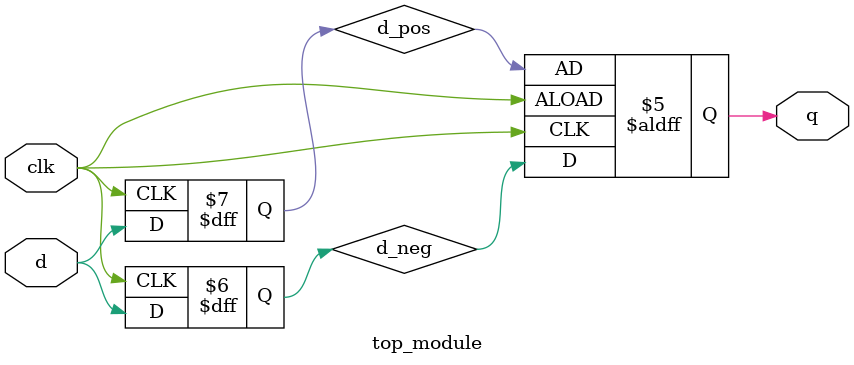
<source format=sv>
module top_module(
	input clk,
	input d,
	output reg q);
	
	reg d_pos, d_neg;

	always @(posedge clk) begin
		d_pos <= d;
	end

	always @(negedge clk) begin
		d_neg <= d;
	end

	always @(posedge clk or negedge clk) begin
		if (clk == 1'b1) begin
			q <= d_pos;
		end else begin
			q <= d_neg;
		end
	end
	
endmodule

</source>
